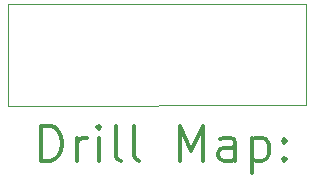
<source format=gbr>
%FSLAX45Y45*%
G04 Gerber Fmt 4.5, Leading zero omitted, Abs format (unit mm)*
G04 Created by KiCad (PCBNEW (5.1.5-0-10_14)) date 2020-09-24 22:40:25*
%MOMM*%
%LPD*%
G04 APERTURE LIST*
%TA.AperFunction,Profile*%
%ADD10C,0.100000*%
%TD*%
%ADD11C,0.200000*%
%ADD12C,0.300000*%
G04 APERTURE END LIST*
D10*
X14915000Y-8600518D02*
X14915000Y-9456422D01*
X17434560Y-8600000D02*
X17436084Y-9450000D01*
X14915000Y-9456422D02*
X17436084Y-9450000D01*
X14915000Y-8600518D02*
X17434560Y-8600000D01*
D11*
D12*
X15196428Y-9927136D02*
X15196428Y-9627136D01*
X15267857Y-9627136D01*
X15310714Y-9641422D01*
X15339286Y-9669994D01*
X15353571Y-9698565D01*
X15367857Y-9755708D01*
X15367857Y-9798565D01*
X15353571Y-9855708D01*
X15339286Y-9884279D01*
X15310714Y-9912851D01*
X15267857Y-9927136D01*
X15196428Y-9927136D01*
X15496428Y-9927136D02*
X15496428Y-9727136D01*
X15496428Y-9784279D02*
X15510714Y-9755708D01*
X15525000Y-9741422D01*
X15553571Y-9727136D01*
X15582143Y-9727136D01*
X15682143Y-9927136D02*
X15682143Y-9727136D01*
X15682143Y-9627136D02*
X15667857Y-9641422D01*
X15682143Y-9655708D01*
X15696428Y-9641422D01*
X15682143Y-9627136D01*
X15682143Y-9655708D01*
X15867857Y-9927136D02*
X15839286Y-9912851D01*
X15825000Y-9884279D01*
X15825000Y-9627136D01*
X16025000Y-9927136D02*
X15996428Y-9912851D01*
X15982143Y-9884279D01*
X15982143Y-9627136D01*
X16367857Y-9927136D02*
X16367857Y-9627136D01*
X16467857Y-9841422D01*
X16567857Y-9627136D01*
X16567857Y-9927136D01*
X16839286Y-9927136D02*
X16839286Y-9769994D01*
X16825000Y-9741422D01*
X16796428Y-9727136D01*
X16739286Y-9727136D01*
X16710714Y-9741422D01*
X16839286Y-9912851D02*
X16810714Y-9927136D01*
X16739286Y-9927136D01*
X16710714Y-9912851D01*
X16696428Y-9884279D01*
X16696428Y-9855708D01*
X16710714Y-9827136D01*
X16739286Y-9812851D01*
X16810714Y-9812851D01*
X16839286Y-9798565D01*
X16982143Y-9727136D02*
X16982143Y-10027136D01*
X16982143Y-9741422D02*
X17010714Y-9727136D01*
X17067857Y-9727136D01*
X17096428Y-9741422D01*
X17110714Y-9755708D01*
X17125000Y-9784279D01*
X17125000Y-9869994D01*
X17110714Y-9898565D01*
X17096428Y-9912851D01*
X17067857Y-9927136D01*
X17010714Y-9927136D01*
X16982143Y-9912851D01*
X17253571Y-9898565D02*
X17267857Y-9912851D01*
X17253571Y-9927136D01*
X17239286Y-9912851D01*
X17253571Y-9898565D01*
X17253571Y-9927136D01*
X17253571Y-9741422D02*
X17267857Y-9755708D01*
X17253571Y-9769994D01*
X17239286Y-9755708D01*
X17253571Y-9741422D01*
X17253571Y-9769994D01*
M02*

</source>
